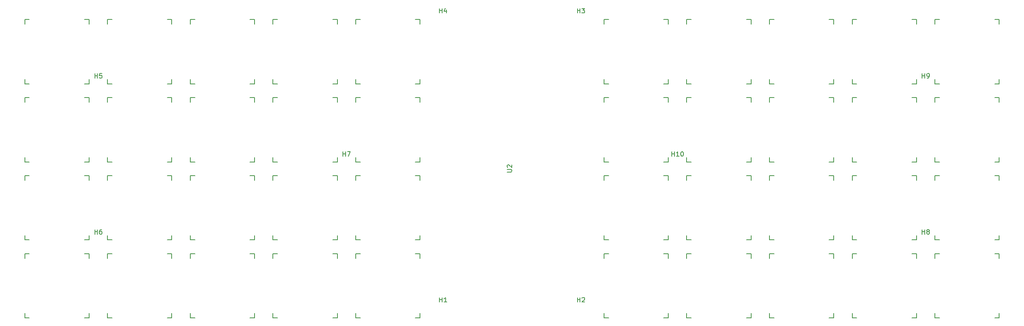
<source format=gbr>
G04 #@! TF.GenerationSoftware,KiCad,Pcbnew,(6.0.4-0)*
G04 #@! TF.CreationDate,2022-07-23T18:47:03-05:00*
G04 #@! TF.ProjectId,keezyboost40,6b65657a-7962-46f6-9f73-7434302e6b69,rev?*
G04 #@! TF.SameCoordinates,Original*
G04 #@! TF.FileFunction,Legend,Top*
G04 #@! TF.FilePolarity,Positive*
%FSLAX46Y46*%
G04 Gerber Fmt 4.6, Leading zero omitted, Abs format (unit mm)*
G04 Created by KiCad (PCBNEW (6.0.4-0)) date 2022-07-23 18:47:03*
%MOMM*%
%LPD*%
G01*
G04 APERTURE LIST*
%ADD10C,0.150000*%
%ADD11C,3.429000*%
%ADD12C,0.990600*%
%ADD13C,1.701800*%
%ADD14C,3.000000*%
%ADD15C,2.200000*%
%ADD16C,3.800000*%
%ADD17C,4.000000*%
%ADD18R,1.650000X1.650000*%
%ADD19C,1.650000*%
%ADD20O,1.700000X1.700000*%
%ADD21R,3.500000X1.700000*%
%ADD22R,1.700000X1.700000*%
G04 APERTURE END LIST*
D10*
X84238095Y-43752380D02*
X84238095Y-42752380D01*
X84238095Y-43228571D02*
X84809523Y-43228571D01*
X84809523Y-43752380D02*
X84809523Y-42752380D01*
X85190476Y-42752380D02*
X85857142Y-42752380D01*
X85428571Y-43752380D01*
X30238095Y-60752380D02*
X30238095Y-59752380D01*
X30238095Y-60228571D02*
X30809523Y-60228571D01*
X30809523Y-60752380D02*
X30809523Y-59752380D01*
X31714285Y-59752380D02*
X31523809Y-59752380D01*
X31428571Y-59800000D01*
X31380952Y-59847619D01*
X31285714Y-59990476D01*
X31238095Y-60180952D01*
X31238095Y-60561904D01*
X31285714Y-60657142D01*
X31333333Y-60704761D01*
X31428571Y-60752380D01*
X31619047Y-60752380D01*
X31714285Y-60704761D01*
X31761904Y-60657142D01*
X31809523Y-60561904D01*
X31809523Y-60323809D01*
X31761904Y-60228571D01*
X31714285Y-60180952D01*
X31619047Y-60133333D01*
X31428571Y-60133333D01*
X31333333Y-60180952D01*
X31285714Y-60228571D01*
X31238095Y-60323809D01*
X30238095Y-26752380D02*
X30238095Y-25752380D01*
X30238095Y-26228571D02*
X30809523Y-26228571D01*
X30809523Y-26752380D02*
X30809523Y-25752380D01*
X31761904Y-25752380D02*
X31285714Y-25752380D01*
X31238095Y-26228571D01*
X31285714Y-26180952D01*
X31380952Y-26133333D01*
X31619047Y-26133333D01*
X31714285Y-26180952D01*
X31761904Y-26228571D01*
X31809523Y-26323809D01*
X31809523Y-26561904D01*
X31761904Y-26657142D01*
X31714285Y-26704761D01*
X31619047Y-26752380D01*
X31380952Y-26752380D01*
X31285714Y-26704761D01*
X31238095Y-26657142D01*
X210238095Y-26752380D02*
X210238095Y-25752380D01*
X210238095Y-26228571D02*
X210809523Y-26228571D01*
X210809523Y-26752380D02*
X210809523Y-25752380D01*
X211333333Y-26752380D02*
X211523809Y-26752380D01*
X211619047Y-26704761D01*
X211666666Y-26657142D01*
X211761904Y-26514285D01*
X211809523Y-26323809D01*
X211809523Y-25942857D01*
X211761904Y-25847619D01*
X211714285Y-25800000D01*
X211619047Y-25752380D01*
X211428571Y-25752380D01*
X211333333Y-25800000D01*
X211285714Y-25847619D01*
X211238095Y-25942857D01*
X211238095Y-26180952D01*
X211285714Y-26276190D01*
X211333333Y-26323809D01*
X211428571Y-26371428D01*
X211619047Y-26371428D01*
X211714285Y-26323809D01*
X211761904Y-26276190D01*
X211809523Y-26180952D01*
X155761904Y-43752380D02*
X155761904Y-42752380D01*
X155761904Y-43228571D02*
X156333333Y-43228571D01*
X156333333Y-43752380D02*
X156333333Y-42752380D01*
X157333333Y-43752380D02*
X156761904Y-43752380D01*
X157047619Y-43752380D02*
X157047619Y-42752380D01*
X156952380Y-42895238D01*
X156857142Y-42990476D01*
X156761904Y-43038095D01*
X157952380Y-42752380D02*
X158047619Y-42752380D01*
X158142857Y-42800000D01*
X158190476Y-42847619D01*
X158238095Y-42942857D01*
X158285714Y-43133333D01*
X158285714Y-43371428D01*
X158238095Y-43561904D01*
X158190476Y-43657142D01*
X158142857Y-43704761D01*
X158047619Y-43752380D01*
X157952380Y-43752380D01*
X157857142Y-43704761D01*
X157809523Y-43657142D01*
X157761904Y-43561904D01*
X157714285Y-43371428D01*
X157714285Y-43133333D01*
X157761904Y-42942857D01*
X157809523Y-42847619D01*
X157857142Y-42800000D01*
X157952380Y-42752380D01*
X210238095Y-60752380D02*
X210238095Y-59752380D01*
X210238095Y-60228571D02*
X210809523Y-60228571D01*
X210809523Y-60752380D02*
X210809523Y-59752380D01*
X211428571Y-60180952D02*
X211333333Y-60133333D01*
X211285714Y-60085714D01*
X211238095Y-59990476D01*
X211238095Y-59942857D01*
X211285714Y-59847619D01*
X211333333Y-59800000D01*
X211428571Y-59752380D01*
X211619047Y-59752380D01*
X211714285Y-59800000D01*
X211761904Y-59847619D01*
X211809523Y-59942857D01*
X211809523Y-59990476D01*
X211761904Y-60085714D01*
X211714285Y-60133333D01*
X211619047Y-60180952D01*
X211428571Y-60180952D01*
X211333333Y-60228571D01*
X211285714Y-60276190D01*
X211238095Y-60371428D01*
X211238095Y-60561904D01*
X211285714Y-60657142D01*
X211333333Y-60704761D01*
X211428571Y-60752380D01*
X211619047Y-60752380D01*
X211714285Y-60704761D01*
X211761904Y-60657142D01*
X211809523Y-60561904D01*
X211809523Y-60371428D01*
X211761904Y-60276190D01*
X211714285Y-60228571D01*
X211619047Y-60180952D01*
X105238095Y-75552380D02*
X105238095Y-74552380D01*
X105238095Y-75028571D02*
X105809523Y-75028571D01*
X105809523Y-75552380D02*
X105809523Y-74552380D01*
X106809523Y-75552380D02*
X106238095Y-75552380D01*
X106523809Y-75552380D02*
X106523809Y-74552380D01*
X106428571Y-74695238D01*
X106333333Y-74790476D01*
X106238095Y-74838095D01*
X135238095Y-75552380D02*
X135238095Y-74552380D01*
X135238095Y-75028571D02*
X135809523Y-75028571D01*
X135809523Y-75552380D02*
X135809523Y-74552380D01*
X136238095Y-74647619D02*
X136285714Y-74600000D01*
X136380952Y-74552380D01*
X136619047Y-74552380D01*
X136714285Y-74600000D01*
X136761904Y-74647619D01*
X136809523Y-74742857D01*
X136809523Y-74838095D01*
X136761904Y-74980952D01*
X136190476Y-75552380D01*
X136809523Y-75552380D01*
X119952380Y-47211904D02*
X120761904Y-47211904D01*
X120857142Y-47164285D01*
X120904761Y-47116666D01*
X120952380Y-47021428D01*
X120952380Y-46830952D01*
X120904761Y-46735714D01*
X120857142Y-46688095D01*
X120761904Y-46640476D01*
X119952380Y-46640476D01*
X120047619Y-46211904D02*
X120000000Y-46164285D01*
X119952380Y-46069047D01*
X119952380Y-45830952D01*
X120000000Y-45735714D01*
X120047619Y-45688095D01*
X120142857Y-45640476D01*
X120238095Y-45640476D01*
X120380952Y-45688095D01*
X120952380Y-46259523D01*
X120952380Y-45640476D01*
X105238095Y-12552380D02*
X105238095Y-11552380D01*
X105238095Y-12028571D02*
X105809523Y-12028571D01*
X105809523Y-12552380D02*
X105809523Y-11552380D01*
X106714285Y-11885714D02*
X106714285Y-12552380D01*
X106476190Y-11504761D02*
X106238095Y-12219047D01*
X106857142Y-12219047D01*
X135238095Y-12552380D02*
X135238095Y-11552380D01*
X135238095Y-12028571D02*
X135809523Y-12028571D01*
X135809523Y-12552380D02*
X135809523Y-11552380D01*
X136190476Y-11552380D02*
X136809523Y-11552380D01*
X136476190Y-11933333D01*
X136619047Y-11933333D01*
X136714285Y-11980952D01*
X136761904Y-12028571D01*
X136809523Y-12123809D01*
X136809523Y-12361904D01*
X136761904Y-12457142D01*
X136714285Y-12504761D01*
X136619047Y-12552380D01*
X136333333Y-12552380D01*
X136238095Y-12504761D01*
X136190476Y-12457142D01*
X209000000Y-61000000D02*
X209000000Y-62000000D01*
X209000000Y-48000000D02*
X209000000Y-49000000D01*
X209000000Y-62000000D02*
X208000000Y-62000000D01*
X209000000Y-48000000D02*
X208000000Y-48000000D01*
X195000000Y-62000000D02*
X196000000Y-62000000D01*
X195000000Y-62000000D02*
X195000000Y-61000000D01*
X208000000Y-62000000D02*
X209000000Y-62000000D01*
X196000000Y-48000000D02*
X195000000Y-48000000D01*
X195000000Y-49000000D02*
X195000000Y-48000000D01*
X52000000Y-31000000D02*
X51000000Y-31000000D01*
X51000000Y-45000000D02*
X52000000Y-45000000D01*
X65000000Y-44000000D02*
X65000000Y-45000000D01*
X51000000Y-32000000D02*
X51000000Y-31000000D01*
X51000000Y-45000000D02*
X51000000Y-44000000D01*
X65000000Y-45000000D02*
X64000000Y-45000000D01*
X65000000Y-31000000D02*
X65000000Y-32000000D01*
X64000000Y-45000000D02*
X65000000Y-45000000D01*
X65000000Y-31000000D02*
X64000000Y-31000000D01*
X87000000Y-28000000D02*
X87000000Y-27000000D01*
X101000000Y-14000000D02*
X100000000Y-14000000D01*
X87000000Y-15000000D02*
X87000000Y-14000000D01*
X101000000Y-27000000D02*
X101000000Y-28000000D01*
X88000000Y-14000000D02*
X87000000Y-14000000D01*
X101000000Y-14000000D02*
X101000000Y-15000000D01*
X101000000Y-28000000D02*
X100000000Y-28000000D01*
X100000000Y-28000000D02*
X101000000Y-28000000D01*
X87000000Y-28000000D02*
X88000000Y-28000000D01*
X83000000Y-78000000D02*
X83000000Y-79000000D01*
X69000000Y-66000000D02*
X69000000Y-65000000D01*
X70000000Y-65000000D02*
X69000000Y-65000000D01*
X83000000Y-65000000D02*
X82000000Y-65000000D01*
X82000000Y-79000000D02*
X83000000Y-79000000D01*
X69000000Y-79000000D02*
X70000000Y-79000000D01*
X69000000Y-79000000D02*
X69000000Y-78000000D01*
X83000000Y-65000000D02*
X83000000Y-66000000D01*
X83000000Y-79000000D02*
X82000000Y-79000000D01*
X154000000Y-79000000D02*
X155000000Y-79000000D01*
X141000000Y-79000000D02*
X141000000Y-78000000D01*
X155000000Y-78000000D02*
X155000000Y-79000000D01*
X155000000Y-65000000D02*
X155000000Y-66000000D01*
X141000000Y-66000000D02*
X141000000Y-65000000D01*
X142000000Y-65000000D02*
X141000000Y-65000000D01*
X155000000Y-65000000D02*
X154000000Y-65000000D01*
X155000000Y-79000000D02*
X154000000Y-79000000D01*
X141000000Y-79000000D02*
X142000000Y-79000000D01*
X191000000Y-14000000D02*
X191000000Y-15000000D01*
X178000000Y-14000000D02*
X177000000Y-14000000D01*
X177000000Y-28000000D02*
X177000000Y-27000000D01*
X177000000Y-15000000D02*
X177000000Y-14000000D01*
X177000000Y-28000000D02*
X178000000Y-28000000D01*
X191000000Y-27000000D02*
X191000000Y-28000000D01*
X191000000Y-28000000D02*
X190000000Y-28000000D01*
X191000000Y-14000000D02*
X190000000Y-14000000D01*
X190000000Y-28000000D02*
X191000000Y-28000000D01*
X29000000Y-27000000D02*
X29000000Y-28000000D01*
X15000000Y-28000000D02*
X15000000Y-27000000D01*
X15000000Y-15000000D02*
X15000000Y-14000000D01*
X29000000Y-28000000D02*
X28000000Y-28000000D01*
X16000000Y-14000000D02*
X15000000Y-14000000D01*
X15000000Y-28000000D02*
X16000000Y-28000000D01*
X28000000Y-28000000D02*
X29000000Y-28000000D01*
X29000000Y-14000000D02*
X29000000Y-15000000D01*
X29000000Y-14000000D02*
X28000000Y-14000000D01*
X33000000Y-45000000D02*
X33000000Y-44000000D01*
X47000000Y-44000000D02*
X47000000Y-45000000D01*
X46000000Y-45000000D02*
X47000000Y-45000000D01*
X33000000Y-32000000D02*
X33000000Y-31000000D01*
X33000000Y-45000000D02*
X34000000Y-45000000D01*
X47000000Y-45000000D02*
X46000000Y-45000000D01*
X47000000Y-31000000D02*
X46000000Y-31000000D01*
X47000000Y-31000000D02*
X47000000Y-32000000D01*
X34000000Y-31000000D02*
X33000000Y-31000000D01*
X83000000Y-31000000D02*
X82000000Y-31000000D01*
X83000000Y-45000000D02*
X82000000Y-45000000D01*
X83000000Y-31000000D02*
X83000000Y-32000000D01*
X83000000Y-44000000D02*
X83000000Y-45000000D01*
X69000000Y-45000000D02*
X69000000Y-44000000D01*
X69000000Y-32000000D02*
X69000000Y-31000000D01*
X82000000Y-45000000D02*
X83000000Y-45000000D01*
X69000000Y-45000000D02*
X70000000Y-45000000D01*
X70000000Y-31000000D02*
X69000000Y-31000000D01*
X47000000Y-65000000D02*
X46000000Y-65000000D01*
X33000000Y-66000000D02*
X33000000Y-65000000D01*
X34000000Y-65000000D02*
X33000000Y-65000000D01*
X46000000Y-79000000D02*
X47000000Y-79000000D01*
X47000000Y-78000000D02*
X47000000Y-79000000D01*
X47000000Y-79000000D02*
X46000000Y-79000000D01*
X33000000Y-79000000D02*
X33000000Y-78000000D01*
X47000000Y-65000000D02*
X47000000Y-66000000D01*
X33000000Y-79000000D02*
X34000000Y-79000000D01*
X227000000Y-31000000D02*
X226000000Y-31000000D01*
X226000000Y-45000000D02*
X227000000Y-45000000D01*
X227000000Y-44000000D02*
X227000000Y-45000000D01*
X213000000Y-45000000D02*
X213000000Y-44000000D01*
X227000000Y-45000000D02*
X226000000Y-45000000D01*
X213000000Y-45000000D02*
X214000000Y-45000000D01*
X227000000Y-31000000D02*
X227000000Y-32000000D01*
X214000000Y-31000000D02*
X213000000Y-31000000D01*
X213000000Y-32000000D02*
X213000000Y-31000000D01*
X16000000Y-48000000D02*
X15000000Y-48000000D01*
X29000000Y-48000000D02*
X28000000Y-48000000D01*
X15000000Y-62000000D02*
X16000000Y-62000000D01*
X15000000Y-49000000D02*
X15000000Y-48000000D01*
X15000000Y-62000000D02*
X15000000Y-61000000D01*
X29000000Y-48000000D02*
X29000000Y-49000000D01*
X29000000Y-61000000D02*
X29000000Y-62000000D01*
X28000000Y-62000000D02*
X29000000Y-62000000D01*
X29000000Y-62000000D02*
X28000000Y-62000000D01*
X33000000Y-28000000D02*
X34000000Y-28000000D01*
X47000000Y-28000000D02*
X46000000Y-28000000D01*
X47000000Y-14000000D02*
X47000000Y-15000000D01*
X47000000Y-27000000D02*
X47000000Y-28000000D01*
X33000000Y-28000000D02*
X33000000Y-27000000D01*
X47000000Y-14000000D02*
X46000000Y-14000000D01*
X34000000Y-14000000D02*
X33000000Y-14000000D01*
X46000000Y-28000000D02*
X47000000Y-28000000D01*
X33000000Y-15000000D02*
X33000000Y-14000000D01*
X87000000Y-66000000D02*
X87000000Y-65000000D01*
X101000000Y-65000000D02*
X101000000Y-66000000D01*
X87000000Y-79000000D02*
X88000000Y-79000000D01*
X101000000Y-65000000D02*
X100000000Y-65000000D01*
X101000000Y-79000000D02*
X100000000Y-79000000D01*
X100000000Y-79000000D02*
X101000000Y-79000000D01*
X101000000Y-78000000D02*
X101000000Y-79000000D01*
X87000000Y-79000000D02*
X87000000Y-78000000D01*
X88000000Y-65000000D02*
X87000000Y-65000000D01*
X196000000Y-14000000D02*
X195000000Y-14000000D01*
X195000000Y-28000000D02*
X195000000Y-27000000D01*
X195000000Y-28000000D02*
X196000000Y-28000000D01*
X209000000Y-28000000D02*
X208000000Y-28000000D01*
X209000000Y-27000000D02*
X209000000Y-28000000D01*
X209000000Y-14000000D02*
X209000000Y-15000000D01*
X208000000Y-28000000D02*
X209000000Y-28000000D01*
X209000000Y-14000000D02*
X208000000Y-14000000D01*
X195000000Y-15000000D02*
X195000000Y-14000000D01*
X195000000Y-66000000D02*
X195000000Y-65000000D01*
X208000000Y-79000000D02*
X209000000Y-79000000D01*
X195000000Y-79000000D02*
X195000000Y-78000000D01*
X209000000Y-65000000D02*
X208000000Y-65000000D01*
X209000000Y-78000000D02*
X209000000Y-79000000D01*
X196000000Y-65000000D02*
X195000000Y-65000000D01*
X209000000Y-79000000D02*
X208000000Y-79000000D01*
X209000000Y-65000000D02*
X209000000Y-66000000D01*
X195000000Y-79000000D02*
X196000000Y-79000000D01*
X226000000Y-62000000D02*
X227000000Y-62000000D01*
X227000000Y-48000000D02*
X227000000Y-49000000D01*
X227000000Y-61000000D02*
X227000000Y-62000000D01*
X213000000Y-62000000D02*
X213000000Y-61000000D01*
X227000000Y-62000000D02*
X226000000Y-62000000D01*
X213000000Y-49000000D02*
X213000000Y-48000000D01*
X227000000Y-48000000D02*
X226000000Y-48000000D01*
X214000000Y-48000000D02*
X213000000Y-48000000D01*
X213000000Y-62000000D02*
X214000000Y-62000000D01*
X29000000Y-44000000D02*
X29000000Y-45000000D01*
X15000000Y-45000000D02*
X16000000Y-45000000D01*
X15000000Y-45000000D02*
X15000000Y-44000000D01*
X29000000Y-31000000D02*
X29000000Y-32000000D01*
X29000000Y-31000000D02*
X28000000Y-31000000D01*
X16000000Y-31000000D02*
X15000000Y-31000000D01*
X15000000Y-32000000D02*
X15000000Y-31000000D01*
X29000000Y-45000000D02*
X28000000Y-45000000D01*
X28000000Y-45000000D02*
X29000000Y-45000000D01*
X65000000Y-61000000D02*
X65000000Y-62000000D01*
X65000000Y-62000000D02*
X64000000Y-62000000D01*
X51000000Y-49000000D02*
X51000000Y-48000000D01*
X51000000Y-62000000D02*
X51000000Y-61000000D01*
X51000000Y-62000000D02*
X52000000Y-62000000D01*
X64000000Y-62000000D02*
X65000000Y-62000000D01*
X52000000Y-48000000D02*
X51000000Y-48000000D01*
X65000000Y-48000000D02*
X64000000Y-48000000D01*
X65000000Y-48000000D02*
X65000000Y-49000000D01*
X195000000Y-32000000D02*
X195000000Y-31000000D01*
X209000000Y-45000000D02*
X208000000Y-45000000D01*
X209000000Y-44000000D02*
X209000000Y-45000000D01*
X209000000Y-31000000D02*
X209000000Y-32000000D01*
X196000000Y-31000000D02*
X195000000Y-31000000D01*
X195000000Y-45000000D02*
X196000000Y-45000000D01*
X209000000Y-31000000D02*
X208000000Y-31000000D01*
X195000000Y-45000000D02*
X195000000Y-44000000D01*
X208000000Y-45000000D02*
X209000000Y-45000000D01*
X154000000Y-62000000D02*
X155000000Y-62000000D01*
X155000000Y-48000000D02*
X154000000Y-48000000D01*
X155000000Y-48000000D02*
X155000000Y-49000000D01*
X142000000Y-48000000D02*
X141000000Y-48000000D01*
X141000000Y-62000000D02*
X141000000Y-61000000D01*
X141000000Y-62000000D02*
X142000000Y-62000000D01*
X155000000Y-61000000D02*
X155000000Y-62000000D01*
X155000000Y-62000000D02*
X154000000Y-62000000D01*
X141000000Y-49000000D02*
X141000000Y-48000000D01*
X177000000Y-32000000D02*
X177000000Y-31000000D01*
X177000000Y-45000000D02*
X178000000Y-45000000D01*
X191000000Y-45000000D02*
X190000000Y-45000000D01*
X191000000Y-31000000D02*
X191000000Y-32000000D01*
X191000000Y-44000000D02*
X191000000Y-45000000D01*
X191000000Y-31000000D02*
X190000000Y-31000000D01*
X178000000Y-31000000D02*
X177000000Y-31000000D01*
X177000000Y-45000000D02*
X177000000Y-44000000D01*
X190000000Y-45000000D02*
X191000000Y-45000000D01*
X191000000Y-78000000D02*
X191000000Y-79000000D01*
X191000000Y-79000000D02*
X190000000Y-79000000D01*
X190000000Y-79000000D02*
X191000000Y-79000000D01*
X177000000Y-79000000D02*
X178000000Y-79000000D01*
X191000000Y-65000000D02*
X190000000Y-65000000D01*
X191000000Y-65000000D02*
X191000000Y-66000000D01*
X178000000Y-65000000D02*
X177000000Y-65000000D01*
X177000000Y-66000000D02*
X177000000Y-65000000D01*
X177000000Y-79000000D02*
X177000000Y-78000000D01*
X65000000Y-65000000D02*
X64000000Y-65000000D01*
X64000000Y-79000000D02*
X65000000Y-79000000D01*
X65000000Y-78000000D02*
X65000000Y-79000000D01*
X51000000Y-66000000D02*
X51000000Y-65000000D01*
X65000000Y-79000000D02*
X64000000Y-79000000D01*
X51000000Y-79000000D02*
X51000000Y-78000000D01*
X65000000Y-65000000D02*
X65000000Y-66000000D01*
X52000000Y-65000000D02*
X51000000Y-65000000D01*
X51000000Y-79000000D02*
X52000000Y-79000000D01*
X227000000Y-65000000D02*
X226000000Y-65000000D01*
X213000000Y-79000000D02*
X214000000Y-79000000D01*
X214000000Y-65000000D02*
X213000000Y-65000000D01*
X226000000Y-79000000D02*
X227000000Y-79000000D01*
X227000000Y-79000000D02*
X226000000Y-79000000D01*
X213000000Y-66000000D02*
X213000000Y-65000000D01*
X227000000Y-78000000D02*
X227000000Y-79000000D01*
X213000000Y-79000000D02*
X213000000Y-78000000D01*
X227000000Y-65000000D02*
X227000000Y-66000000D01*
X213000000Y-15000000D02*
X213000000Y-14000000D01*
X227000000Y-27000000D02*
X227000000Y-28000000D01*
X227000000Y-14000000D02*
X226000000Y-14000000D01*
X213000000Y-28000000D02*
X213000000Y-27000000D01*
X214000000Y-14000000D02*
X213000000Y-14000000D01*
X227000000Y-14000000D02*
X227000000Y-15000000D01*
X227000000Y-28000000D02*
X226000000Y-28000000D01*
X226000000Y-28000000D02*
X227000000Y-28000000D01*
X213000000Y-28000000D02*
X214000000Y-28000000D01*
X101000000Y-45000000D02*
X100000000Y-45000000D01*
X101000000Y-31000000D02*
X100000000Y-31000000D01*
X100000000Y-45000000D02*
X101000000Y-45000000D01*
X101000000Y-44000000D02*
X101000000Y-45000000D01*
X88000000Y-31000000D02*
X87000000Y-31000000D01*
X87000000Y-45000000D02*
X87000000Y-44000000D01*
X101000000Y-31000000D02*
X101000000Y-32000000D01*
X87000000Y-45000000D02*
X88000000Y-45000000D01*
X87000000Y-32000000D02*
X87000000Y-31000000D01*
X159000000Y-62000000D02*
X159000000Y-61000000D01*
X173000000Y-61000000D02*
X173000000Y-62000000D01*
X172000000Y-62000000D02*
X173000000Y-62000000D01*
X159000000Y-49000000D02*
X159000000Y-48000000D01*
X173000000Y-48000000D02*
X172000000Y-48000000D01*
X159000000Y-62000000D02*
X160000000Y-62000000D01*
X173000000Y-48000000D02*
X173000000Y-49000000D01*
X173000000Y-62000000D02*
X172000000Y-62000000D01*
X160000000Y-48000000D02*
X159000000Y-48000000D01*
X65000000Y-14000000D02*
X64000000Y-14000000D01*
X51000000Y-28000000D02*
X52000000Y-28000000D01*
X52000000Y-14000000D02*
X51000000Y-14000000D01*
X64000000Y-28000000D02*
X65000000Y-28000000D01*
X65000000Y-14000000D02*
X65000000Y-15000000D01*
X65000000Y-27000000D02*
X65000000Y-28000000D01*
X65000000Y-28000000D02*
X64000000Y-28000000D01*
X51000000Y-28000000D02*
X51000000Y-27000000D01*
X51000000Y-15000000D02*
X51000000Y-14000000D01*
X29000000Y-65000000D02*
X29000000Y-66000000D01*
X29000000Y-78000000D02*
X29000000Y-79000000D01*
X15000000Y-79000000D02*
X15000000Y-78000000D01*
X29000000Y-79000000D02*
X28000000Y-79000000D01*
X16000000Y-65000000D02*
X15000000Y-65000000D01*
X29000000Y-65000000D02*
X28000000Y-65000000D01*
X15000000Y-66000000D02*
X15000000Y-65000000D01*
X28000000Y-79000000D02*
X29000000Y-79000000D01*
X15000000Y-79000000D02*
X16000000Y-79000000D01*
X154000000Y-28000000D02*
X155000000Y-28000000D01*
X155000000Y-28000000D02*
X154000000Y-28000000D01*
X141000000Y-28000000D02*
X142000000Y-28000000D01*
X155000000Y-14000000D02*
X155000000Y-15000000D01*
X142000000Y-14000000D02*
X141000000Y-14000000D01*
X155000000Y-27000000D02*
X155000000Y-28000000D01*
X155000000Y-14000000D02*
X154000000Y-14000000D01*
X141000000Y-28000000D02*
X141000000Y-27000000D01*
X141000000Y-15000000D02*
X141000000Y-14000000D01*
X173000000Y-79000000D02*
X172000000Y-79000000D01*
X172000000Y-79000000D02*
X173000000Y-79000000D01*
X159000000Y-79000000D02*
X160000000Y-79000000D01*
X159000000Y-79000000D02*
X159000000Y-78000000D01*
X160000000Y-65000000D02*
X159000000Y-65000000D01*
X173000000Y-78000000D02*
X173000000Y-79000000D01*
X173000000Y-65000000D02*
X173000000Y-66000000D01*
X173000000Y-65000000D02*
X172000000Y-65000000D01*
X159000000Y-66000000D02*
X159000000Y-65000000D01*
X172000000Y-45000000D02*
X173000000Y-45000000D01*
X159000000Y-45000000D02*
X160000000Y-45000000D01*
X173000000Y-45000000D02*
X172000000Y-45000000D01*
X173000000Y-31000000D02*
X172000000Y-31000000D01*
X159000000Y-32000000D02*
X159000000Y-31000000D01*
X173000000Y-44000000D02*
X173000000Y-45000000D01*
X173000000Y-31000000D02*
X173000000Y-32000000D01*
X160000000Y-31000000D02*
X159000000Y-31000000D01*
X159000000Y-45000000D02*
X159000000Y-44000000D01*
X160000000Y-14000000D02*
X159000000Y-14000000D01*
X159000000Y-28000000D02*
X159000000Y-27000000D01*
X159000000Y-15000000D02*
X159000000Y-14000000D01*
X173000000Y-14000000D02*
X172000000Y-14000000D01*
X173000000Y-14000000D02*
X173000000Y-15000000D01*
X173000000Y-28000000D02*
X172000000Y-28000000D01*
X172000000Y-28000000D02*
X173000000Y-28000000D01*
X173000000Y-27000000D02*
X173000000Y-28000000D01*
X159000000Y-28000000D02*
X160000000Y-28000000D01*
X83000000Y-14000000D02*
X83000000Y-15000000D01*
X70000000Y-14000000D02*
X69000000Y-14000000D01*
X69000000Y-28000000D02*
X69000000Y-27000000D01*
X69000000Y-15000000D02*
X69000000Y-14000000D01*
X69000000Y-28000000D02*
X70000000Y-28000000D01*
X83000000Y-14000000D02*
X82000000Y-14000000D01*
X83000000Y-27000000D02*
X83000000Y-28000000D01*
X83000000Y-28000000D02*
X82000000Y-28000000D01*
X82000000Y-28000000D02*
X83000000Y-28000000D01*
X177000000Y-62000000D02*
X177000000Y-61000000D01*
X191000000Y-48000000D02*
X191000000Y-49000000D01*
X178000000Y-48000000D02*
X177000000Y-48000000D01*
X191000000Y-62000000D02*
X190000000Y-62000000D01*
X190000000Y-62000000D02*
X191000000Y-62000000D01*
X191000000Y-61000000D02*
X191000000Y-62000000D01*
X177000000Y-62000000D02*
X178000000Y-62000000D01*
X177000000Y-49000000D02*
X177000000Y-48000000D01*
X191000000Y-48000000D02*
X190000000Y-48000000D01*
X69000000Y-49000000D02*
X69000000Y-48000000D01*
X69000000Y-62000000D02*
X69000000Y-61000000D01*
X70000000Y-48000000D02*
X69000000Y-48000000D01*
X69000000Y-62000000D02*
X70000000Y-62000000D01*
X83000000Y-48000000D02*
X83000000Y-49000000D01*
X83000000Y-61000000D02*
X83000000Y-62000000D01*
X83000000Y-48000000D02*
X82000000Y-48000000D01*
X82000000Y-62000000D02*
X83000000Y-62000000D01*
X83000000Y-62000000D02*
X82000000Y-62000000D01*
X47000000Y-62000000D02*
X46000000Y-62000000D01*
X46000000Y-62000000D02*
X47000000Y-62000000D01*
X33000000Y-62000000D02*
X33000000Y-61000000D01*
X47000000Y-61000000D02*
X47000000Y-62000000D01*
X34000000Y-48000000D02*
X33000000Y-48000000D01*
X33000000Y-49000000D02*
X33000000Y-48000000D01*
X47000000Y-48000000D02*
X47000000Y-49000000D01*
X33000000Y-62000000D02*
X34000000Y-62000000D01*
X47000000Y-48000000D02*
X46000000Y-48000000D01*
X87000000Y-49000000D02*
X87000000Y-48000000D01*
X87000000Y-62000000D02*
X88000000Y-62000000D01*
X87000000Y-62000000D02*
X87000000Y-61000000D01*
X101000000Y-48000000D02*
X101000000Y-49000000D01*
X88000000Y-48000000D02*
X87000000Y-48000000D01*
X101000000Y-61000000D02*
X101000000Y-62000000D01*
X101000000Y-48000000D02*
X100000000Y-48000000D01*
X101000000Y-62000000D02*
X100000000Y-62000000D01*
X100000000Y-62000000D02*
X101000000Y-62000000D01*
X155000000Y-31000000D02*
X155000000Y-32000000D01*
X155000000Y-45000000D02*
X154000000Y-45000000D01*
X141000000Y-45000000D02*
X142000000Y-45000000D01*
X155000000Y-31000000D02*
X154000000Y-31000000D01*
X155000000Y-44000000D02*
X155000000Y-45000000D01*
X141000000Y-45000000D02*
X141000000Y-44000000D01*
X154000000Y-45000000D02*
X155000000Y-45000000D01*
X141000000Y-32000000D02*
X141000000Y-31000000D01*
X142000000Y-31000000D02*
X141000000Y-31000000D01*
%LPC*%
D11*
X202000000Y-55000000D03*
D12*
X207220000Y-50800000D03*
D13*
X196500000Y-55000000D03*
D14*
X202000000Y-60950000D03*
D13*
X207500000Y-55000000D03*
D14*
X197000000Y-58750000D03*
D13*
X52500000Y-38000000D03*
X63500000Y-38000000D03*
D12*
X63220000Y-33800000D03*
D14*
X53000000Y-41750000D03*
D11*
X58000000Y-38000000D03*
D14*
X58000000Y-43950000D03*
D12*
X99220000Y-16800000D03*
D13*
X88500000Y-21000000D03*
X99500000Y-21000000D03*
D14*
X89000000Y-24750000D03*
D11*
X94000000Y-21000000D03*
D14*
X94000000Y-26950000D03*
D15*
X85000000Y-46500000D03*
D12*
X81220000Y-67800000D03*
D14*
X76000000Y-77950000D03*
X71000000Y-75750000D03*
D13*
X70500000Y-72000000D03*
D11*
X76000000Y-72000000D03*
D13*
X81500000Y-72000000D03*
D14*
X148000000Y-77950000D03*
D13*
X142500000Y-72000000D03*
D11*
X148000000Y-72000000D03*
D12*
X153220000Y-67800000D03*
D14*
X143000000Y-75750000D03*
D13*
X153500000Y-72000000D03*
D12*
X189220000Y-16800000D03*
D13*
X189500000Y-21000000D03*
D14*
X179000000Y-24750000D03*
D13*
X178500000Y-21000000D03*
D14*
X184000000Y-26950000D03*
D11*
X184000000Y-21000000D03*
D14*
X22000000Y-26950000D03*
X17000000Y-24750000D03*
D12*
X27220000Y-16800000D03*
D13*
X27500000Y-21000000D03*
X16500000Y-21000000D03*
D11*
X22000000Y-21000000D03*
D14*
X35000000Y-41750000D03*
X40000000Y-43950000D03*
D13*
X34500000Y-38000000D03*
D12*
X45220000Y-33800000D03*
D13*
X45500000Y-38000000D03*
D11*
X40000000Y-38000000D03*
D12*
X81220000Y-33800000D03*
D14*
X71000000Y-41750000D03*
D13*
X81500000Y-38000000D03*
D11*
X76000000Y-38000000D03*
D13*
X70500000Y-38000000D03*
D14*
X76000000Y-43950000D03*
D13*
X45500000Y-72000000D03*
D14*
X35000000Y-75750000D03*
D13*
X34500000Y-72000000D03*
D11*
X40000000Y-72000000D03*
D12*
X45220000Y-67800000D03*
D14*
X40000000Y-77950000D03*
X220000000Y-43950000D03*
D13*
X214500000Y-38000000D03*
X225500000Y-38000000D03*
D14*
X215000000Y-41750000D03*
D11*
X220000000Y-38000000D03*
D12*
X225220000Y-33800000D03*
D11*
X22000000Y-55000000D03*
D13*
X27500000Y-55000000D03*
D12*
X27220000Y-50800000D03*
D13*
X16500000Y-55000000D03*
D14*
X17000000Y-58750000D03*
X22000000Y-60950000D03*
D13*
X34500000Y-21000000D03*
D12*
X45220000Y-16800000D03*
D11*
X40000000Y-21000000D03*
D14*
X35000000Y-24750000D03*
D13*
X45500000Y-21000000D03*
D14*
X40000000Y-26950000D03*
D13*
X99500000Y-72000000D03*
X88500000Y-72000000D03*
D14*
X89000000Y-75750000D03*
D12*
X99220000Y-67800000D03*
D14*
X94000000Y-77950000D03*
D11*
X94000000Y-72000000D03*
D14*
X197000000Y-24750000D03*
D13*
X196500000Y-21000000D03*
D11*
X202000000Y-21000000D03*
D14*
X202000000Y-26950000D03*
D12*
X207220000Y-16800000D03*
D13*
X207500000Y-21000000D03*
D12*
X207220000Y-67800000D03*
D14*
X197000000Y-75750000D03*
D13*
X207500000Y-72000000D03*
X196500000Y-72000000D03*
D14*
X202000000Y-77950000D03*
D11*
X202000000Y-72000000D03*
D12*
X225220000Y-50800000D03*
D11*
X220000000Y-55000000D03*
D13*
X214500000Y-55000000D03*
D14*
X220000000Y-60950000D03*
X215000000Y-58750000D03*
D13*
X225500000Y-55000000D03*
D12*
X27220000Y-33800000D03*
D13*
X27500000Y-38000000D03*
D14*
X17000000Y-41750000D03*
D11*
X22000000Y-38000000D03*
D13*
X16500000Y-38000000D03*
D14*
X22000000Y-43950000D03*
X53000000Y-58750000D03*
D13*
X52500000Y-55000000D03*
D11*
X58000000Y-55000000D03*
D12*
X63220000Y-50800000D03*
D13*
X63500000Y-55000000D03*
D14*
X58000000Y-60950000D03*
D13*
X207500000Y-38000000D03*
D14*
X202000000Y-43950000D03*
D12*
X207220000Y-33800000D03*
D13*
X196500000Y-38000000D03*
D14*
X197000000Y-41750000D03*
D11*
X202000000Y-38000000D03*
D14*
X143000000Y-58750000D03*
D13*
X142500000Y-55000000D03*
D11*
X148000000Y-55000000D03*
D14*
X148000000Y-60950000D03*
D12*
X153220000Y-50800000D03*
D13*
X153500000Y-55000000D03*
X178500000Y-38000000D03*
D14*
X179000000Y-41750000D03*
D13*
X189500000Y-38000000D03*
D11*
X184000000Y-38000000D03*
D14*
X184000000Y-43950000D03*
D12*
X189220000Y-33800000D03*
D15*
X31000000Y-63500000D03*
D14*
X179000000Y-75750000D03*
D13*
X178500000Y-72000000D03*
D11*
X184000000Y-72000000D03*
D14*
X184000000Y-77950000D03*
D12*
X189220000Y-67800000D03*
D13*
X189500000Y-72000000D03*
D12*
X63220000Y-67800000D03*
D13*
X63500000Y-72000000D03*
D14*
X58000000Y-77950000D03*
D11*
X58000000Y-72000000D03*
D13*
X52500000Y-72000000D03*
D14*
X53000000Y-75750000D03*
D12*
X225220000Y-67800000D03*
D13*
X214500000Y-72000000D03*
X225500000Y-72000000D03*
D14*
X220000000Y-77950000D03*
X215000000Y-75750000D03*
D11*
X220000000Y-72000000D03*
D13*
X225500000Y-21000000D03*
D12*
X225220000Y-16800000D03*
D13*
X214500000Y-21000000D03*
D11*
X220000000Y-21000000D03*
D14*
X220000000Y-26950000D03*
X215000000Y-24750000D03*
D15*
X31000000Y-29500000D03*
D13*
X99500000Y-38000000D03*
D12*
X99220000Y-33800000D03*
D13*
X88500000Y-38000000D03*
D14*
X89000000Y-41750000D03*
D11*
X94000000Y-38000000D03*
D14*
X94000000Y-43950000D03*
D13*
X160500000Y-55000000D03*
D14*
X161000000Y-58750000D03*
X166000000Y-60950000D03*
D11*
X166000000Y-55000000D03*
D13*
X171500000Y-55000000D03*
D12*
X171220000Y-50800000D03*
X63220000Y-16800000D03*
D11*
X58000000Y-21000000D03*
D13*
X63500000Y-21000000D03*
D14*
X53000000Y-24750000D03*
X58000000Y-26950000D03*
D13*
X52500000Y-21000000D03*
D15*
X211000000Y-29500000D03*
X157000000Y-46500000D03*
X211000000Y-63500000D03*
D14*
X17000000Y-75750000D03*
D12*
X27220000Y-67800000D03*
D13*
X27500000Y-72000000D03*
D11*
X22000000Y-72000000D03*
D14*
X22000000Y-77950000D03*
D13*
X16500000Y-72000000D03*
D11*
X148000000Y-21000000D03*
D13*
X142500000Y-21000000D03*
D14*
X148000000Y-26950000D03*
D13*
X153500000Y-21000000D03*
D14*
X143000000Y-24750000D03*
D12*
X153220000Y-16800000D03*
D16*
X106000000Y-78000000D03*
X136000000Y-78000000D03*
D12*
X171220000Y-67800000D03*
D14*
X166000000Y-77950000D03*
X161000000Y-75750000D03*
D13*
X171500000Y-72000000D03*
X160500000Y-72000000D03*
D11*
X166000000Y-72000000D03*
D13*
X171500000Y-38000000D03*
D14*
X166000000Y-43950000D03*
D12*
X171220000Y-33800000D03*
D13*
X160500000Y-38000000D03*
D14*
X161000000Y-41750000D03*
D11*
X166000000Y-38000000D03*
D17*
X106750000Y-72450000D03*
X106750000Y-20450000D03*
X135250000Y-20450000D03*
X135250000Y-72450000D03*
D18*
X112110000Y-72950000D03*
D19*
X114650000Y-72950000D03*
X117190000Y-72950000D03*
X119730000Y-72950000D03*
X122270000Y-72950000D03*
X124810000Y-72950000D03*
X127350000Y-72950000D03*
X129890000Y-72950000D03*
D16*
X106000000Y-15000000D03*
D11*
X166000000Y-21000000D03*
D13*
X160500000Y-21000000D03*
X171500000Y-21000000D03*
D14*
X166000000Y-26950000D03*
D12*
X171220000Y-16800000D03*
D14*
X161000000Y-24750000D03*
D11*
X76000000Y-21000000D03*
D12*
X81220000Y-16800000D03*
D14*
X71000000Y-24750000D03*
D13*
X70500000Y-21000000D03*
D14*
X76000000Y-26950000D03*
D13*
X81500000Y-21000000D03*
D14*
X179000000Y-58750000D03*
D12*
X189220000Y-50800000D03*
D11*
X184000000Y-55000000D03*
D13*
X178500000Y-55000000D03*
D14*
X184000000Y-60950000D03*
D13*
X189500000Y-55000000D03*
D12*
X81220000Y-50800000D03*
D14*
X71000000Y-58750000D03*
D13*
X70500000Y-55000000D03*
D11*
X76000000Y-55000000D03*
D14*
X76000000Y-60950000D03*
D13*
X81500000Y-55000000D03*
D14*
X40000000Y-60950000D03*
D13*
X45500000Y-55000000D03*
D11*
X40000000Y-55000000D03*
D14*
X35000000Y-58750000D03*
D12*
X45220000Y-50800000D03*
D13*
X34500000Y-55000000D03*
D16*
X136000000Y-15000000D03*
D14*
X89000000Y-58750000D03*
D12*
X99220000Y-50800000D03*
D13*
X99500000Y-55000000D03*
D14*
X94000000Y-60950000D03*
D13*
X88500000Y-55000000D03*
D11*
X94000000Y-55000000D03*
D14*
X143000000Y-41750000D03*
D11*
X148000000Y-38000000D03*
D12*
X153220000Y-33800000D03*
D14*
X148000000Y-43950000D03*
D13*
X153500000Y-38000000D03*
X142500000Y-38000000D03*
D20*
X129890000Y-14520000D03*
D21*
X130790000Y-14520000D03*
D20*
X129890000Y-17060000D03*
D21*
X130790000Y-17060000D03*
D22*
X129890000Y-19600000D03*
D21*
X130790000Y-19600000D03*
D20*
X129890000Y-22140000D03*
D21*
X130790000Y-22140000D03*
X130790000Y-24680000D03*
D20*
X129890000Y-24680000D03*
D21*
X130790000Y-27220000D03*
D20*
X129890000Y-27220000D03*
X129890000Y-29760000D03*
D21*
X130790000Y-29760000D03*
D22*
X129890000Y-32300000D03*
D21*
X130790000Y-32300000D03*
D20*
X129890000Y-34840000D03*
D21*
X130790000Y-34840000D03*
D20*
X129890000Y-37380000D03*
D21*
X130790000Y-37380000D03*
D20*
X129890000Y-39920000D03*
D21*
X130790000Y-39920000D03*
X130790000Y-42460000D03*
D20*
X129890000Y-42460000D03*
D22*
X129890000Y-45000000D03*
D21*
X130790000Y-45000000D03*
X130790000Y-47540000D03*
D20*
X129890000Y-47540000D03*
X129890000Y-50080000D03*
D21*
X130790000Y-50080000D03*
X130790000Y-52620000D03*
D20*
X129890000Y-52620000D03*
D21*
X130790000Y-55160000D03*
D20*
X129890000Y-55160000D03*
D21*
X130790000Y-57700000D03*
D22*
X129890000Y-57700000D03*
D21*
X130790000Y-60240000D03*
D20*
X129890000Y-60240000D03*
X129890000Y-62780000D03*
D21*
X130790000Y-62780000D03*
X111210000Y-62780000D03*
D20*
X112110000Y-62780000D03*
X112110000Y-60240000D03*
D21*
X111210000Y-60240000D03*
X111210000Y-57700000D03*
D22*
X112110000Y-57700000D03*
D21*
X111210000Y-55160000D03*
D20*
X112110000Y-55160000D03*
D21*
X111210000Y-52620000D03*
D20*
X112110000Y-52620000D03*
D21*
X111210000Y-50080000D03*
D20*
X112110000Y-50080000D03*
D21*
X111210000Y-47540000D03*
D20*
X112110000Y-47540000D03*
D22*
X112110000Y-45000000D03*
D21*
X111210000Y-45000000D03*
D20*
X112110000Y-42460000D03*
D21*
X111210000Y-42460000D03*
X111210000Y-39920000D03*
D20*
X112110000Y-39920000D03*
D21*
X111210000Y-37380000D03*
D20*
X112110000Y-37380000D03*
D21*
X111210000Y-34840000D03*
D20*
X112110000Y-34840000D03*
D22*
X112110000Y-32300000D03*
D21*
X111210000Y-32300000D03*
X111210000Y-29760000D03*
D20*
X112110000Y-29760000D03*
X112110000Y-27220000D03*
D21*
X111210000Y-27220000D03*
X111210000Y-24680000D03*
D20*
X112110000Y-24680000D03*
D21*
X111210000Y-22140000D03*
D20*
X112110000Y-22140000D03*
D22*
X112110000Y-19600000D03*
D21*
X111210000Y-19600000D03*
X111210000Y-17060000D03*
D20*
X112110000Y-17060000D03*
X112110000Y-14520000D03*
D21*
X111210000Y-14520000D03*
M02*

</source>
